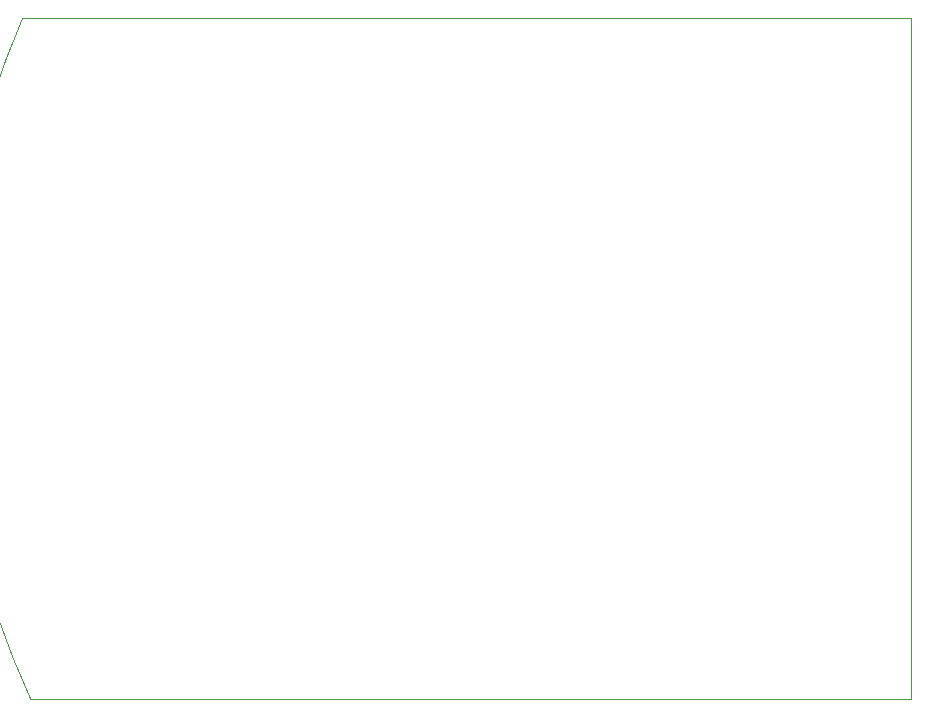
<source format=gbr>
%TF.GenerationSoftware,KiCad,Pcbnew,(5.0.1)-3*%
%TF.CreationDate,2020-11-23T15:34:51+02:00*%
%TF.ProjectId,Function_generator,46756E6374696F6E5F67656E65726174,rev?*%
%TF.SameCoordinates,Original*%
%TF.FileFunction,Profile,NP*%
%FSLAX46Y46*%
G04 Gerber Fmt 4.6, Leading zero omitted, Abs format (unit mm)*
G04 Created by KiCad (PCBNEW (5.0.1)-3) date 23.11.2020 15:34:51*
%MOMM*%
%LPD*%
G01*
G04 APERTURE LIST*
%ADD10C,0.100000*%
G04 APERTURE END LIST*
D10*
X86476320Y-109208585D02*
G75*
G02X85800001Y-51500001I64023680J29608585D01*
G01*
X161000000Y-109200000D02*
X86476321Y-109208585D01*
X161000000Y-51500000D02*
X161000000Y-109200000D01*
X85800000Y-51500000D02*
X161000000Y-51500000D01*
M02*

</source>
